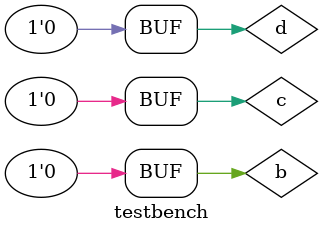
<source format=v>
`include "orgate.v"

module testbench;
    reg b,c,d;
    wire out;

    orgate or2(out,b,c,d);

    initial begin;
        b = 1'b0;
        c = 1'b1;
        d = 1'b1;
        #5;
        b = 1'b0;
        c = 1'b0;
        d = 1'b0;
    end

    initial
        $monitor($time, " : b=%b c=%b d=%b out=%b", b, c, d, out);
endmodule
</source>
